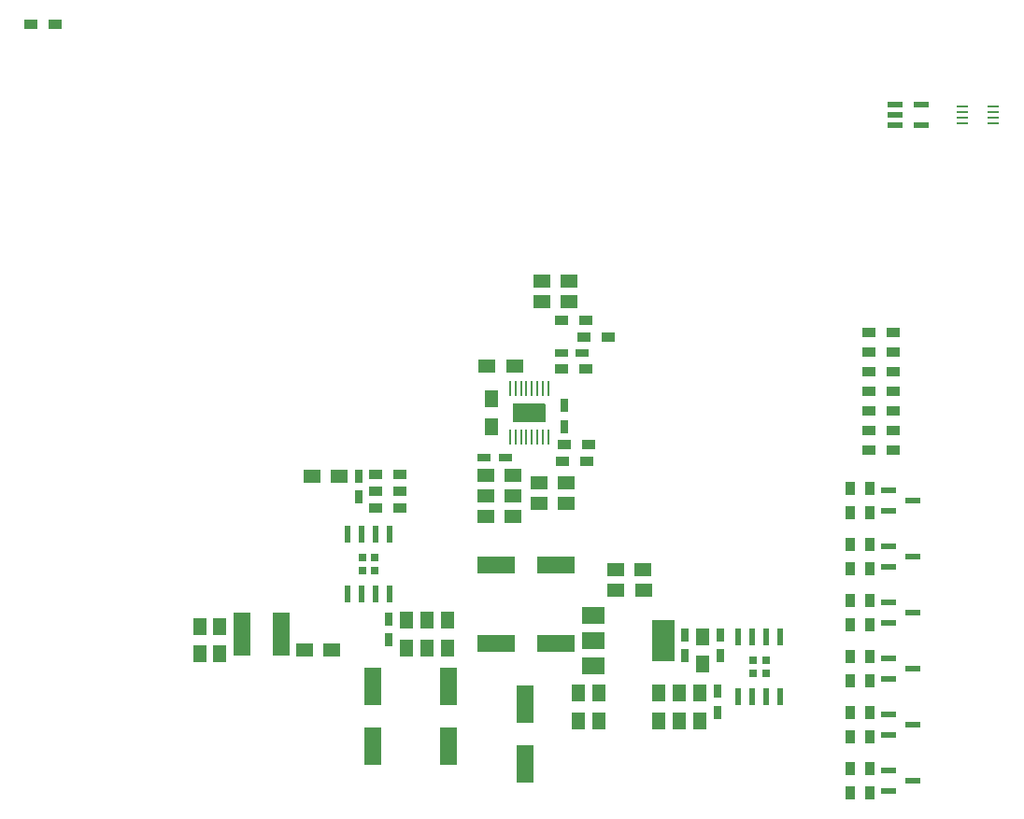
<source format=gtp>
%TF.GenerationSoftware,KiCad,Pcbnew,(5.1.6-0-10_14)*%
%TF.CreationDate,2020-09-19T09:16:02+09:00*%
%TF.ProjectId,qPCR-main,71504352-2d6d-4616-996e-2e6b69636164,rev?*%
%TF.SameCoordinates,Original*%
%TF.FileFunction,Paste,Top*%
%TF.FilePolarity,Positive*%
%FSLAX46Y46*%
G04 Gerber Fmt 4.6, Leading zero omitted, Abs format (unit mm)*
G04 Created by KiCad (PCBNEW (5.1.6-0-10_14)) date 2020-09-19 09:16:02*
%MOMM*%
%LPD*%
G01*
G04 APERTURE LIST*
%ADD10C,0.152400*%
%ADD11R,1.200000X0.900000*%
%ADD12R,1.600000X3.500000*%
%ADD13R,3.500000X1.600000*%
%ADD14R,1.250000X1.500000*%
%ADD15R,1.500000X1.250000*%
%ADD16R,0.750000X1.200000*%
%ADD17R,1.200000X0.750000*%
%ADD18R,1.500000X4.000000*%
%ADD19R,1.320800X0.558800*%
%ADD20R,0.900000X1.200000*%
%ADD21R,0.600000X1.550000*%
%ADD22R,0.705000X0.705000*%
%ADD23R,0.279400X1.333500*%
%ADD24R,2.946400X1.752600*%
%ADD25R,2.000000X3.800000*%
%ADD26R,2.000000X1.500000*%
%ADD27R,1.473200X0.558800*%
%ADD28R,1.120000X0.270000*%
G04 APERTURE END LIST*
D10*
%TO.C,U4*%
X109932800Y-88301500D02*
X108659600Y-88301500D01*
X108659600Y-88301500D02*
X108659600Y-89854100D01*
X108659600Y-89854100D02*
X109932800Y-89854100D01*
X109932800Y-89854100D02*
X109932800Y-88301500D01*
X108459600Y-88301500D02*
X107186400Y-88301500D01*
X107186400Y-88301500D02*
X107186400Y-89854100D01*
X107186400Y-89854100D02*
X108459600Y-89854100D01*
X108459600Y-89854100D02*
X108459600Y-88301500D01*
%TD*%
D11*
%TO.C,R16*%
X141562000Y-88900000D03*
X139362000Y-88900000D03*
%TD*%
D12*
%TO.C,C1*%
X101269800Y-113886000D03*
X101269800Y-119286000D03*
%TD*%
D13*
%TO.C,C2*%
X111005600Y-102895400D03*
X105605600Y-102895400D03*
%TD*%
D14*
%TO.C,C3*%
X120319800Y-116972400D03*
X120319800Y-114472400D03*
%TD*%
D13*
%TO.C,C4*%
X105605600Y-109982000D03*
X111005600Y-109982000D03*
%TD*%
D15*
%TO.C,C5*%
X107122600Y-98501200D03*
X104622600Y-98501200D03*
%TD*%
D14*
%TO.C,C6*%
X122174000Y-116972400D03*
X122174000Y-114472400D03*
%TD*%
%TO.C,C7*%
X101142800Y-107888400D03*
X101142800Y-110388400D03*
%TD*%
D15*
%TO.C,C8*%
X107122600Y-96621600D03*
X104622600Y-96621600D03*
%TD*%
D14*
%TO.C,C9*%
X124028200Y-116972400D03*
X124028200Y-114472400D03*
%TD*%
%TO.C,C10*%
X99288600Y-107893800D03*
X99288600Y-110393800D03*
%TD*%
D15*
%TO.C,C11*%
X107122600Y-94742000D03*
X104622600Y-94742000D03*
%TD*%
D16*
%TO.C,C12*%
X125653800Y-116215200D03*
X125653800Y-114315200D03*
%TD*%
D14*
%TO.C,C13*%
X97459800Y-107893800D03*
X97459800Y-110393800D03*
%TD*%
D17*
%TO.C,C14*%
X106385400Y-93091000D03*
X104485400Y-93091000D03*
%TD*%
D16*
%TO.C,C15*%
X95859600Y-107736600D03*
X95859600Y-109636600D03*
%TD*%
D12*
%TO.C,C16*%
X94361000Y-119286000D03*
X94361000Y-113886000D03*
%TD*%
D17*
%TO.C,C18*%
X111470400Y-83667600D03*
X113370400Y-83667600D03*
%TD*%
D16*
%TO.C,C19*%
X125907800Y-109209800D03*
X125907800Y-111109800D03*
%TD*%
D15*
%TO.C,C20*%
X91369520Y-94815660D03*
X88869520Y-94815660D03*
%TD*%
%TO.C,C21*%
X107244200Y-84810600D03*
X104744200Y-84810600D03*
%TD*%
D14*
%TO.C,C22*%
X124282200Y-109367000D03*
X124282200Y-111867000D03*
%TD*%
D16*
%TO.C,C23*%
X122682000Y-109209800D03*
X122682000Y-111109800D03*
%TD*%
D14*
%TO.C,C24*%
X105105200Y-90327800D03*
X105105200Y-87827800D03*
%TD*%
D15*
%TO.C,C25*%
X90683400Y-110591600D03*
X88183400Y-110591600D03*
%TD*%
D16*
%TO.C,C26*%
X111709200Y-90307200D03*
X111709200Y-88407200D03*
%TD*%
D12*
%TO.C,C27*%
X108204000Y-120911600D03*
X108204000Y-115511600D03*
%TD*%
D14*
%TO.C,C28*%
X113055400Y-114472400D03*
X113055400Y-116972400D03*
%TD*%
%TO.C,C29*%
X114884200Y-114472400D03*
X114884200Y-116972400D03*
%TD*%
D16*
%TO.C,C30*%
X93078300Y-94785100D03*
X93078300Y-96685100D03*
%TD*%
D15*
%TO.C,C31*%
X109417800Y-95427800D03*
X111917800Y-95427800D03*
%TD*%
%TO.C,C32*%
X109417800Y-97256600D03*
X111917800Y-97256600D03*
%TD*%
D14*
%TO.C,C33*%
X80520540Y-110927200D03*
X80520540Y-108427200D03*
%TD*%
D15*
%TO.C,C34*%
X118902800Y-105130600D03*
X116402800Y-105130600D03*
%TD*%
D14*
%TO.C,C35*%
X78694280Y-110927200D03*
X78694280Y-108427200D03*
%TD*%
D15*
%TO.C,C36*%
X109677200Y-79019400D03*
X112177200Y-79019400D03*
%TD*%
%TO.C,C37*%
X118877400Y-103276400D03*
X116377400Y-103276400D03*
%TD*%
%TO.C,C38*%
X109671800Y-77165200D03*
X112171800Y-77165200D03*
%TD*%
D18*
%TO.C,L1*%
X86102600Y-109143800D03*
X82502600Y-109143800D03*
%TD*%
D19*
%TO.C,Q1*%
X141147800Y-96088200D03*
X141147800Y-97967800D03*
X143332200Y-97028000D03*
%TD*%
%TO.C,Q2*%
X141147800Y-101168200D03*
X141147800Y-103047800D03*
X143332200Y-102108000D03*
%TD*%
%TO.C,Q3*%
X141147800Y-106248200D03*
X141147800Y-108127800D03*
X143332200Y-107188000D03*
%TD*%
%TO.C,Q4*%
X141147800Y-111328200D03*
X141147800Y-113207800D03*
X143332200Y-112268000D03*
%TD*%
%TO.C,Q5*%
X141147800Y-121488200D03*
X141147800Y-123367800D03*
X143332200Y-122428000D03*
%TD*%
%TO.C,Q6*%
X141147800Y-116408200D03*
X141147800Y-118287800D03*
X143332200Y-117348000D03*
%TD*%
D20*
%TO.C,R1*%
X137668000Y-95928000D03*
X137668000Y-98128000D03*
%TD*%
%TO.C,R2*%
X137668000Y-101008000D03*
X137668000Y-103208000D03*
%TD*%
%TO.C,R3*%
X137668000Y-106088000D03*
X137668000Y-108288000D03*
%TD*%
%TO.C,R4*%
X139446000Y-98128000D03*
X139446000Y-95928000D03*
%TD*%
%TO.C,R5*%
X139446000Y-103208000D03*
X139446000Y-101008000D03*
%TD*%
%TO.C,R6*%
X139446000Y-108288000D03*
X139446000Y-106088000D03*
%TD*%
D11*
%TO.C,R7*%
X63416000Y-53825140D03*
X65616000Y-53825140D03*
%TD*%
D20*
%TO.C,R8*%
X137668000Y-111168000D03*
X137668000Y-113368000D03*
%TD*%
%TO.C,R9*%
X137668000Y-121328000D03*
X137668000Y-123528000D03*
%TD*%
%TO.C,R10*%
X137668000Y-116248000D03*
X137668000Y-118448000D03*
%TD*%
%TO.C,R11*%
X139446000Y-113368000D03*
X139446000Y-111168000D03*
%TD*%
%TO.C,R12*%
X139446000Y-123528000D03*
X139446000Y-121328000D03*
%TD*%
%TO.C,R13*%
X139446000Y-118448000D03*
X139446000Y-116248000D03*
%TD*%
D11*
%TO.C,R14*%
X141562000Y-83566000D03*
X139362000Y-83566000D03*
%TD*%
%TO.C,R15*%
X141562000Y-90678000D03*
X139362000Y-90678000D03*
%TD*%
%TO.C,R17*%
X141562000Y-85344000D03*
X139362000Y-85344000D03*
%TD*%
%TO.C,R18*%
X141562000Y-92456000D03*
X139362000Y-92456000D03*
%TD*%
%TO.C,R19*%
X141562000Y-87122000D03*
X139362000Y-87122000D03*
%TD*%
%TO.C,R20*%
X141562000Y-81788000D03*
X139362000Y-81788000D03*
%TD*%
%TO.C,R22*%
X111574400Y-93497400D03*
X113774400Y-93497400D03*
%TD*%
%TO.C,R23*%
X111777600Y-91973400D03*
X113977600Y-91973400D03*
%TD*%
%TO.C,R24*%
X94655460Y-94640400D03*
X96855460Y-94640400D03*
%TD*%
%TO.C,R25*%
X96855460Y-96164400D03*
X94655460Y-96164400D03*
%TD*%
%TO.C,R26*%
X94655460Y-97688400D03*
X96855460Y-97688400D03*
%TD*%
%TO.C,R27*%
X111480600Y-80721200D03*
X113680600Y-80721200D03*
%TD*%
%TO.C,R28*%
X113547800Y-82219800D03*
X115747800Y-82219800D03*
%TD*%
D21*
%TO.C,U2*%
X131318000Y-109415600D03*
X130048000Y-109415600D03*
X128778000Y-109415600D03*
X127508000Y-109415600D03*
X127508000Y-114815600D03*
X128778000Y-114815600D03*
X130048000Y-114815600D03*
X131318000Y-114815600D03*
D22*
X128825500Y-112703100D03*
X130000500Y-112703100D03*
X128825500Y-111528100D03*
X130000500Y-111528100D03*
%TD*%
D21*
%TO.C,U3*%
X95915480Y-100060780D03*
X94645480Y-100060780D03*
X93375480Y-100060780D03*
X92105480Y-100060780D03*
X92105480Y-105460780D03*
X93375480Y-105460780D03*
X94645480Y-105460780D03*
X95915480Y-105460780D03*
D22*
X93422980Y-103348280D03*
X94597980Y-103348280D03*
X93422980Y-102173280D03*
X94597980Y-102173280D03*
%TD*%
D23*
%TO.C,U4*%
X110310930Y-86861650D03*
X109810550Y-86861650D03*
X109310170Y-86861650D03*
X108809790Y-86861650D03*
X108309410Y-86861650D03*
X107809030Y-86861650D03*
X107308650Y-86861650D03*
X106808270Y-86861650D03*
X106808270Y-91293950D03*
X107308650Y-91293950D03*
X107809030Y-91293950D03*
X108309410Y-91293950D03*
X108809790Y-91293950D03*
X109310170Y-91293950D03*
X109810550Y-91293950D03*
X110310930Y-91293950D03*
D24*
X108559600Y-89077800D03*
%TD*%
D25*
%TO.C,U5*%
X120701200Y-109753400D03*
D26*
X114401200Y-109753400D03*
X114401200Y-112053400D03*
X114401200Y-107453400D03*
%TD*%
D27*
%TO.C,U6*%
X141706600Y-61127599D03*
X141706600Y-62077600D03*
X141706600Y-63027601D03*
X144094200Y-63027601D03*
X144094200Y-61127599D03*
%TD*%
D28*
%TO.C,U7*%
X147820000Y-61327600D03*
X147820000Y-61827600D03*
X147820000Y-62327600D03*
X147820000Y-62827600D03*
X150630000Y-62827600D03*
X150630000Y-62327600D03*
X150630000Y-61827600D03*
X150630000Y-61327600D03*
%TD*%
D11*
%TO.C,R21*%
X111472800Y-85090000D03*
X113672800Y-85090000D03*
%TD*%
M02*

</source>
